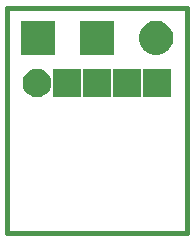
<source format=gbr>
G04 #@! TF.GenerationSoftware,KiCad,Pcbnew,5.1.6-c6e7f7d~87~ubuntu19.10.1*
G04 #@! TF.CreationDate,2022-03-31T19:50:40+06:00*
G04 #@! TF.ProjectId,potentiometer_board_20_1x17_r1a,706f7465-6e74-4696-9f6d-657465725f62,1A*
G04 #@! TF.SameCoordinates,Original*
G04 #@! TF.FileFunction,Soldermask,Bot*
G04 #@! TF.FilePolarity,Negative*
%FSLAX46Y46*%
G04 Gerber Fmt 4.6, Leading zero omitted, Abs format (unit mm)*
G04 Created by KiCad (PCBNEW 5.1.6-c6e7f7d~87~ubuntu19.10.1) date 2022-03-31 19:50:40*
%MOMM*%
%LPD*%
G01*
G04 APERTURE LIST*
G04 #@! TA.AperFunction,Profile*
%ADD10C,0.400000*%
G04 #@! TD*
%ADD11C,0.100000*%
G04 APERTURE END LIST*
D10*
X113030000Y-139065000D02*
X113030000Y-158115000D01*
X97790000Y-139065000D02*
X97790000Y-158115000D01*
X97790000Y-158115000D02*
X113030000Y-158115000D01*
X97790000Y-139065000D02*
X113030000Y-139065000D01*
D11*
G36*
X111690000Y-146615000D02*
G01*
X109290000Y-146615000D01*
X109290000Y-144215000D01*
X111690000Y-144215000D01*
X111690000Y-146615000D01*
G37*
G36*
X109150000Y-146615000D02*
G01*
X106750000Y-146615000D01*
X106750000Y-144215000D01*
X109150000Y-144215000D01*
X109150000Y-146615000D01*
G37*
G36*
X106610000Y-146615000D02*
G01*
X104210000Y-146615000D01*
X104210000Y-144215000D01*
X106610000Y-144215000D01*
X106610000Y-146615000D01*
G37*
G36*
X104070000Y-146615000D02*
G01*
X101670000Y-146615000D01*
X101670000Y-144215000D01*
X104070000Y-144215000D01*
X104070000Y-146615000D01*
G37*
G36*
X100680025Y-144261115D02*
G01*
X100680028Y-144261116D01*
X100680027Y-144261116D01*
X100898413Y-144351574D01*
X101094955Y-144482899D01*
X101262101Y-144650045D01*
X101393426Y-144846587D01*
X101393427Y-144846589D01*
X101483885Y-145064975D01*
X101530000Y-145296809D01*
X101530000Y-145533191D01*
X101483885Y-145765025D01*
X101483884Y-145765027D01*
X101393426Y-145983413D01*
X101262101Y-146179955D01*
X101094955Y-146347101D01*
X100898413Y-146478426D01*
X100898412Y-146478427D01*
X100898411Y-146478427D01*
X100680025Y-146568885D01*
X100448191Y-146615000D01*
X100211809Y-146615000D01*
X99979975Y-146568885D01*
X99761589Y-146478427D01*
X99761588Y-146478427D01*
X99761587Y-146478426D01*
X99565045Y-146347101D01*
X99397899Y-146179955D01*
X99266574Y-145983413D01*
X99176116Y-145765027D01*
X99176115Y-145765025D01*
X99130000Y-145533191D01*
X99130000Y-145296809D01*
X99176115Y-145064975D01*
X99266573Y-144846589D01*
X99266574Y-144846587D01*
X99397899Y-144650045D01*
X99565045Y-144482899D01*
X99761587Y-144351574D01*
X99979973Y-144261116D01*
X99979972Y-144261116D01*
X99979975Y-144261115D01*
X100211809Y-144215000D01*
X100448191Y-144215000D01*
X100680025Y-144261115D01*
G37*
G36*
X110832948Y-140210722D02*
G01*
X111096831Y-140320026D01*
X111096833Y-140320027D01*
X111334321Y-140478711D01*
X111536289Y-140680679D01*
X111694973Y-140918167D01*
X111694974Y-140918169D01*
X111804278Y-141182052D01*
X111860000Y-141462186D01*
X111860000Y-141747814D01*
X111804278Y-142027948D01*
X111694974Y-142291831D01*
X111694973Y-142291833D01*
X111536289Y-142529321D01*
X111334321Y-142731289D01*
X111096833Y-142889973D01*
X111096832Y-142889974D01*
X111096831Y-142889974D01*
X110832948Y-142999278D01*
X110552814Y-143055000D01*
X110267186Y-143055000D01*
X109987052Y-142999278D01*
X109723169Y-142889974D01*
X109723168Y-142889974D01*
X109723167Y-142889973D01*
X109485679Y-142731289D01*
X109283711Y-142529321D01*
X109125027Y-142291833D01*
X109125026Y-142291831D01*
X109015722Y-142027948D01*
X108960000Y-141747814D01*
X108960000Y-141462186D01*
X109015722Y-141182052D01*
X109125026Y-140918169D01*
X109125027Y-140918167D01*
X109283711Y-140680679D01*
X109485679Y-140478711D01*
X109723167Y-140320027D01*
X109723169Y-140320026D01*
X109987052Y-140210722D01*
X110267186Y-140155000D01*
X110552814Y-140155000D01*
X110832948Y-140210722D01*
G37*
G36*
X106860000Y-143055000D02*
G01*
X103960000Y-143055000D01*
X103960000Y-140155000D01*
X106860000Y-140155000D01*
X106860000Y-143055000D01*
G37*
G36*
X101860000Y-143055000D02*
G01*
X98960000Y-143055000D01*
X98960000Y-140155000D01*
X101860000Y-140155000D01*
X101860000Y-143055000D01*
G37*
M02*

</source>
